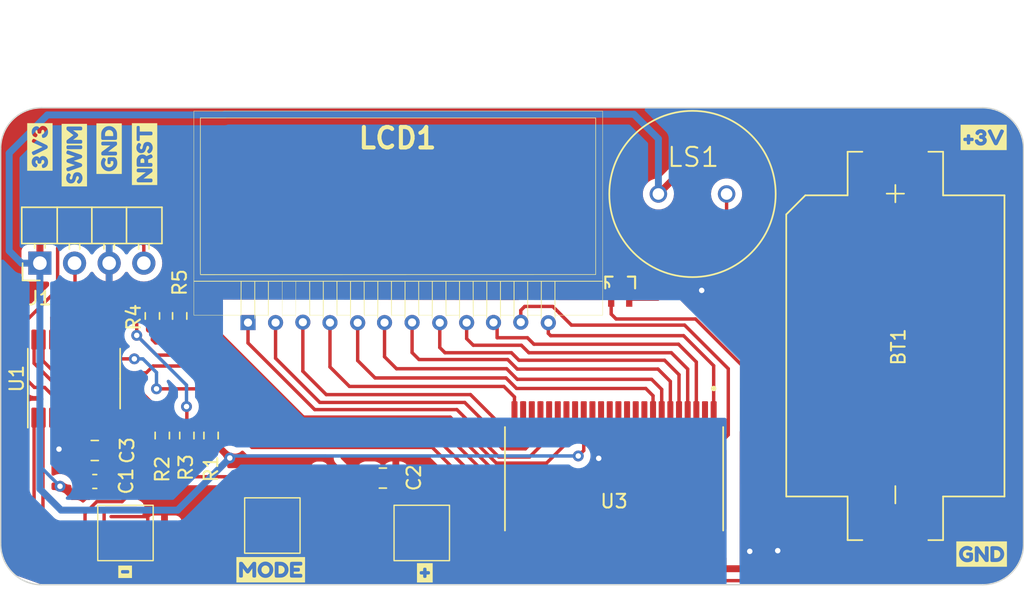
<source format=kicad_pcb>
(kicad_pcb (version 20221018) (generator pcbnew)
  (layers (0 "F.Cu" signal) (31 "B.Cu" signal) (34 "B.Paste" user) (35 "F.Paste" user) (36 "B.SilkS" user "B.Silkscreen") (37 "F.SilkS" user "F.Silkscreen") (38 "B.Mask" user) (39 "F.Mask" user) (44 "Edge.Cuts" user))
  (net 0 "")
  (net 36 "SWIM")
  (net 37 "SW3")
  (net 38 "SW2")
  (net 39 "SW1")
  (net 40 "Net-(U3-~{IRQ})")
  (net 41 "Net-(U3-SEG7)")
  (net 42 "Net-(U3-SEG6)")
  (net 43 "Net-(U3-SEG5)")
  (net 44 "Net-(U3-SEG4)")
  (net 45 "Net-(U3-SEG3)")
  (net 46 "Net-(U3-SEG2)")
  (net 47 "Net-(U3-SEG1)")
  (net 48 "Net-(U3-SEG0)")
  (net 49 "Net-(U2-C)")
  (net 50 "Net-(U1-VCAP)")
  (net 51 "NRST")
  (net 52 "LCD_RW")
  (net 53 "LCD_RD")
  (net 54 "LCD_DATA")
  (net 55 "LCD_CS")
  (net 56 "GND")
  (net 57 "COM3")
  (net 58 "COM2")
  (net 59 "COM0")
  (net 60 "C0M1")
  (net 61 "BUZZER")
  (net 62 "+3V0")
  (footprint "C-Footprint:SO65P210X100-3N" (layer "F.Cu") (at 217.05 76.125 90)
    (fp_text reference "U2" hide)
    (fp_text value "BC847BW_115")
  )
  (footprint "C-Footprint:Butn" (layer "F.Cu") (at 180.775 94.25)
    (fp_text reference "SW2" hide)
    (fp_text value "SW_Push" hide)
  )
  (footprint "kibuzzard-669CD0EA" (layer "F.Cu") (at 182.175 66.45 90)
    (fp_text reference "kibuzzard-669CD0EA" hide)
    (fp_text value "G***" hide)
  )
  (footprint "C-Footprint:BAT_CR2032-BS-6-1" (layer "F.Cu") (at 237.225 80.525 -90)
    (fp_text reference "BT1")
    (fp_text value "CR2032-BS-6-1")
  )
  (footprint "C-Footprint:Butn" (layer "F.Cu") (at 191.545 93.705)
    (fp_text reference "SW3" hide)
    (fp_text value "SW_Push" hide)
  )
  (footprint "Resistor_SMD:R_0603_1608Metric" (layer "F.Cu") (at 184.75 78.325 -90)
    (fp_text reference "R5")
    (fp_text value "4k7")
  )
  (footprint "Resistor_SMD:R_0603_1608Metric" (layer "F.Cu") (at 187.05 87.1 -90)
    (fp_text reference "R1")
    (fp_text value "4K7")
  )
  (footprint "kibuzzard-669CD0BB" (layer "F.Cu") (at 177.025 66.525 90)
    (fp_text reference "kibuzzard-669CD0BB" hide)
    (fp_text value "G***" hide)
  )
  (footprint "Resistor_SMD:R_0603_1608Metric" (layer "F.Cu") (at 183.475 87.1 -90)
    (fp_text reference "R2")
    (fp_text value "4k7")
  )
  (footprint "Capacitor_SMD:C_0805_2012Metric" (layer "F.Cu") (at 199.65 90.225)
    (fp_text reference "C2")
    (fp_text value "1uF")
  )
  (footprint "C-Footprint:HT1621B_SOP63P1035X279-48N" (layer "F.Cu") (at 216.6 90.275 -90)
    (fp_text reference "U3")
    (fp_text value "HT1621B")
  )
  (footprint "kibuzzard-669E5857" (layer "F.Cu") (at 243.7 65.225)
    (fp_text reference "kibuzzard-669E5857" hide)
    (fp_text value "G***" hide)
  )
  (footprint "Resistor_SMD:R_0603_1608Metric" (layer "F.Cu") (at 185.275 87.1 -90)
    (fp_text reference "R3")
    (fp_text value "4k7")
  )
  (footprint "Connector_PinHeader_2.54mm:PinHeader_1x04_P2.54mm_Horizontal" (layer "F.Cu") (at 174.5 74.45 90)
    (fp_text reference "J1")
    (fp_text value "Conn_01x04")
  )
  (footprint "Resistor_SMD:R_0603_1608Metric" (layer "F.Cu") (at 182.75 78.325 90)
    (fp_text reference "R4")
    (fp_text value "4k7")
  )
  (footprint "kibuzzard-669D561E" (layer "F.Cu") (at 180.75 97.1)
    (fp_text reference "kibuzzard-669D561E" hide)
    (fp_text value "G***" hide)
  )
  (footprint "Capacitor_SMD:C_0603_1608Metric" (layer "F.Cu") (at 178.525 90.475 180)
    (fp_text reference "C1")
    (fp_text value "470nF")
  )
  (footprint "kibuzzard-669D55EF" (layer "F.Cu") (at 191.425 96.95)
    (fp_text reference "kibuzzard-669D55EF" hide)
    (fp_text value "G***" hide)
  )
  (footprint "C-Footprint:Butn" (layer "F.Cu") (at 202.5 94.25)
    (fp_text reference "SW1" hide)
    (fp_text value "SW_Push" hide)
  )
  (footprint "kibuzzard-669D5618" (layer "F.Cu") (at 202.725 97.175)
    (fp_text reference "kibuzzard-669D5618" hide)
    (fp_text value "G***" hide)
  )
  (footprint "kibuzzard-669CD0D2" (layer "F.Cu") (at 179.575 66.05 90)
    (fp_text reference "kibuzzard-669CD0D2" hide)
    (fp_text value "G***" hide)
  )
  (footprint "kibuzzard-669CD0A9" (layer "F.Cu") (at 174.5 65.925 90)
    (fp_text reference "kibuzzard-669CD0A9" hide)
    (fp_text value "G***" hide)
  )
  (footprint "kibuzzard-669E5870" (layer "F.Cu") (at 243.55 95.8)
    (fp_text reference "kibuzzard-669E5870" hide)
    (fp_text value "G***" hide)
  )
  (footprint "Capacitor_SMD:C_0805_2012Metric" (layer "F.Cu") (at 178.525 88.2 180)
    (fp_text reference "C3")
    (fp_text value "1uF")
  )
  (footprint "Package_SO:TSSOP-20_4.4x6.5mm_P0.65mm" (layer "F.Cu") (at 177 82.925 90)
    (fp_text reference "U1")
    (fp_text value "STM8S003F3P")
  )
  (footprint "C-Footprint:LCD_Aliexpress" (layer "F.Cu") (at 200.790137 70.872404)
    (fp_text reference "LCD1")
    (fp_text value "LOGO" hide)
  )
  (footprint "C-Footprint:Buzzer_PS1240P02BT" (layer "F.Cu") (at 222.35 69.375)
    (fp_text reference "LS1")
    (fp_text value "PS1240P02BT")
  )
  (gr_line (start 174.625 98.05) (end 243.625 98.05) (stroke (width 0.1)) (layer "Edge.Cuts"))
  (gr_line (start 243.625 63.05) (end 174.625 63.05) (stroke (width 0.1)) (layer "Edge.Cuts"))
  (gr_line (start 171.625 66.05) (end 171.625 95.05) (stroke (width 0.1)) (layer "Edge.Cuts"))
  (gr_line (start 246.625 95.05) (end 246.625 66.05) (stroke (width 0.1)) (layer "Edge.Cuts"))
  (gr_arc (start 246.625 95.05) (mid 245.74632 97.17132) (end 243.625 98.05) (stroke (width 0.1)) (layer "Edge.Cuts"))
  (gr_arc (start 171.625 66.05) (mid 172.50368 63.92868) (end 174.625 63.05) (stroke (width 0.1)) (layer "Edge.Cuts"))
  (gr_arc (start 243.625 63.05) (mid 245.74632 63.92868) (end 246.625 66.05) (stroke (width 0.1)) (layer "Edge.Cuts"))
  (gr_arc (start 174.625 98.05) (mid 172.50368 97.17132) (end 171.625 95.05) (stroke (width 0.1)) (layer "Edge.Cuts"))
  (segment (start 177.075 76.75) (end 177.075 74.81) (width 0.25) (layer "F.Cu") (net 36))
  (segment (start 175.375 80.0625) (end 175.375 78.45) (width 0.25) (layer "F.Cu") (net 36))
  (segment (start 175.375 78.45) (end 177.075 76.75) (width 0.25) (layer "F.Cu") (net 36))
  (segment (start 190.02 91.935) (end 192.32 91.935) (width 0.25) (layer "F.Cu") (net 37))
  (segment (start 190.31 95.485) (end 192.63 95.485) (width 0.25) (layer "F.Cu") (net 37))
  (segment (start 186.11 96.6) (end 188.46 94.25) (width 0.25) (layer "F.Cu") (net 37))
  (segment (start 177.65 96.6) (end 186.11 96.6) (width 0.25) (layer "F.Cu") (net 37))
  (segment (start 190.02 93.065) (end 190.02 91.935) (width 0.25) (layer "F.Cu") (net 37))
  (segment (start 190.02 93.685) (end 190.02 94.275) (width 0.25) (layer "F.Cu") (net 37))
  (segment (start 188.685 93.685) (end 190.02 93.685) (width 0.25) (layer "F.Cu") (net 37))
  (segment (start 190.02 94.275) (end 190.02 95.195) (width 0.25) (layer "F.Cu") (net 37))
  (segment (start 190.02 95.195) (end 190.31 95.485) (width 0.25) (layer "F.Cu") (net 37))
  (segment (start 190.02 93.685) (end 190.02 93.065) (width 0.25) (layer "F.Cu") (net 37))
  (segment (start 174.725 93.675) (end 177.65 96.6) (width 0.25) (layer "F.Cu") (net 37))
  (segment (start 190.02 94.275) (end 192.68 94.275) (width 0.25) (layer "F.Cu") (net 37))
  (segment (start 190.02 93.065) (end 192.65 93.065) (width 0.25) (layer "F.Cu") (net 37))
  (segment (start 174.725 85.7875) (end 174.725 93.675) (width 0.25) (layer "F.Cu") (net 37))
  (segment (start 180.95 87.5) (end 181.4 87.95) (width 0.25) (layer "F.Cu") (net 38))
  (segment (start 179.245 94.825) (end 181.875 94.825) (width 0.25) (layer "F.Cu") (net 38))
  (segment (start 180.525 91.95) (end 178.675 91.95) (width 0.25) (layer "F.Cu") (net 38))
  (segment (start 179.22 93.655) (end 179.25 93.625) (width 0.25) (layer "F.Cu") (net 38))
  (segment (start 179.22 94.205) (end 179.22 93.655) (width 0.25) (layer "F.Cu") (net 38))
  (segment (start 180.95 84.425) (end 180.95 87.5) (width 0.25) (layer "F.Cu") (net 38))
  (segment (start 179.245 94.825) (end 179.245 95.735) (width 0.25) (layer "F.Cu") (net 38))
  (segment (start 179.245 94.23) (end 179.23 94.245) (width 0.25) (layer "F.Cu") (net 38))
  (segment (start 180.525 84) (end 180.95 84.425) (width 0.25) (layer "F.Cu") (net 38))
  (segment (start 179.25 93.625) (end 181.875 93.625) (width 0.25) (layer "F.Cu") (net 38))
  (segment (start 179.245 94.23) (end 179.22 94.205) (width 0.25) (layer "F.Cu") (net 38))
  (segment (start 177.915 94.23) (end 179.245 94.23) (width 0.25) (layer "F.Cu") (net 38))
  (segment (start 181.4 87.95) (end 181.4 91.075) (width 0.25) (layer "F.Cu") (net 38))
  (segment (start 181.82 96.03) (end 181.85 96) (width 0.25) (layer "F.Cu") (net 38))
  (segment (start 179.35 92.45) (end 181.55 92.45) (width 0.25) (layer "F.Cu") (net 38))
  (segment (start 179.21 92.59) (end 179.35 92.45) (width 0.25) (layer "F.Cu") (net 38))
  (segment (start 179.245 95.735) (end 179.54 96.03) (width 0.25) (layer "F.Cu") (net 38))
  (segment (start 178.675 91.95) (end 177.81 92.815) (width 0.25) (layer "F.Cu") (net 38))
  (segment (start 174.075 80.0625) (end 174.075 81.8) (width 0.25) (layer "F.Cu") (net 38))
  (segment (start 181.4 91.075) (end 180.525 91.95) (width 0.25) (layer "F.Cu") (net 38))
  (segment (start 179.25 93.625) (end 179.21 93.585) (width 0.25) (layer "F.Cu") (net 38))
  (segment (start 177.81 92.815) (end 177.81 94.073959) (width 0.25) (layer "F.Cu") (net 38))
  (segment (start 179.23 94.245) (end 179.23 94.81) (width 0.25) (layer "F.Cu") (net 38))
  (segment (start 176.275 84) (end 180.525 84) (width 0.25) (layer "F.Cu") (net 38))
  (segment (start 179.21 93.585) (end 179.21 92.59) (width 0.25) (layer "F.Cu") (net 38))
  (segment (start 174.075 81.8) (end 176.275 84) (width 0.25) (layer "F.Cu") (net 38))
  (segment (start 179.23 94.81) (end 179.245 94.825) (width 0.25) (layer "F.Cu") (net 38))
  (segment (start 179.54 96.03) (end 181.82 96.03) (width 0.25) (layer "F.Cu") (net 38))
  (segment (start 180.9 83.525) (end 181.625 84.25) (width 0.25) (layer "F.Cu") (net 39))
  (segment (start 201.21 96.01) (end 203.58 96.01) (width 0.25) (layer "F.Cu") (net 39))
  (segment (start 174.725 81.625) (end 176.625 83.525) (width 0.25) (layer "F.Cu") (net 39))
  (segment (start 200.98 95.78) (end 201.21 96.01) (width 0.25) (layer "F.Cu") (net 39))
  (segment (start 174.725 80.0625) (end 174.725 81.625) (width 0.25) (layer "F.Cu") (net 39))
  (segment (start 200.98 93.63) (end 203.59 93.63) (width 0.25) (layer "F.Cu") (net 39))
  (segment (start 200.98 94.82) (end 203.61 94.82) (width 0.25) (layer "F.Cu") (net 39))
  (segment (start 182.275 89.175) (end 183.225 90.125) (width 0.25) (layer "F.Cu") (net 39))
  (segment (start 200.98 94.23) (end 200.98 94.82) (width 0.25) (layer "F.Cu") (net 39))
  (segment (start 200.98 92.44) (end 203.27 92.44) (width 0.25) (layer "F.Cu") (net 39))
  (segment (start 198.475 94.25) (end 199.535 94.25) (width 0.25) (layer "F.Cu") (net 39))
  (segment (start 181.625 87.4) (end 182.275 88.05) (width 0.25) (layer "F.Cu") (net 39))
  (segment (start 200.98 93.63) (end 200.98 92.44) (width 0.25) (layer "F.Cu") (net 39))
  (segment (start 176.625 83.525) (end 180.9 83.525) (width 0.25) (layer "F.Cu") (net 39))
  (segment (start 182.275 88.05) (end 182.275 89.175) (width 0.25) (layer "F.Cu") (net 39))
  (segment (start 199.64 94.23) (end 200.98 94.23) (width 0.25) (layer "F.Cu") (net 39))
  (segment (start 200.98 94.82) (end 200.98 95.78) (width 0.25) (layer "F.Cu") (net 39))
  (segment (start 183.225 90.125) (end 194.35 90.125) (width 0.25) (layer "F.Cu") (net 39))
  (segment (start 200.98 94.23) (end 200.98 93.63) (width 0.25) (layer "F.Cu") (net 39))
  (segment (start 194.35 90.125) (end 198.475 94.25) (width 0.25) (layer "F.Cu") (net 39))
  (segment (start 181.625 84.25) (end 181.625 87.4) (width 0.25) (layer "F.Cu") (net 39))
  (segment (start 211.65 89.125) (end 207.963604 89.125) (width 0.25) (layer "F.Cu") (net 40))
  (segment (start 187.225 79.15) (end 184.75 79.15) (width 0.25) (layer "F.Cu") (net 40))
  (segment (start 213.1075 87.6675) (end 211.65 89.125) (width 0.25) (layer "F.Cu") (net 40))
  (segment (start 193.825 85.75) (end 187.225 79.15) (width 0.25) (layer "F.Cu") (net 40))
  (segment (start 204.588604 85.75) (end 193.825 85.75) (width 0.25) (layer "F.Cu") (net 40))
  (segment (start 207.963604 89.125) (end 204.588604 85.75) (width 0.25) (layer "F.Cu") (net 40))
  (segment (start 213.1075 85.52) (end 213.1075 87.6675) (width 0.25) (layer "F.Cu") (net 40))
  (segment (start 223.9025 85.52) (end 223.9025 81.9775) (width 0.25) (layer "F.Cu") (net 41))
  (segment (start 223.9025 81.9775) (end 221.7 79.775) (width 0.25) (layer "F.Cu") (net 41))
  (segment (start 221.7 79.775) (end 211.95 79.775) (width 0.25) (layer "F.Cu") (net 41))
  (segment (start 211.95 79.775) (end 211.780137 79.605137) (width 0.25) (layer "F.Cu") (net 41))
  (segment (start 211.780137 79.605137) (end 211.780137 78.822404) (width 0.25) (layer "F.Cu") (net 41))
  (segment (start 224.575 87.45) (end 224.975 87.05) (width 0.25) (layer "F.Cu") (net 42))
  (segment (start 223.625 87.45) (end 224.575 87.45) (width 0.25) (layer "F.Cu") (net 42))
  (segment (start 221.775 79) (end 213.475 79) (width 0.25) (layer "F.Cu") (net 42))
  (segment (start 224.975 87.05) (end 224.975 82.2) (width 0.25) (layer "F.Cu") (net 42))
  (segment (start 224.975 82.2) (end 221.775 79) (width 0.25) (layer "F.Cu") (net 42))
  (segment (start 223.2675 85.52) (end 223.2675 87.0925) (width 0.25) (layer "F.Cu") (net 42))
  (segment (start 213.475 79) (end 212.1 77.625) (width 0.25) (layer "F.Cu") (net 42))
  (segment (start 212.1 77.625) (end 210.05 77.625) (width 0.25) (layer "F.Cu") (net 42))
  (segment (start 210.05 77.625) (end 209.760137 77.914863) (width 0.25) (layer "F.Cu") (net 42))
  (segment (start 209.760137 77.914863) (end 209.760137 78.782404) (width 0.25) (layer "F.Cu") (net 42))
  (segment (start 223.2675 87.0925) (end 223.625 87.45) (width 0.25) (layer "F.Cu") (net 42))
  (segment (start 208.025 79.925) (end 208.025 79.067267) (width 0.25) (layer "F.Cu") (net 43))
  (segment (start 210.725 80.4) (end 210.25 79.925) (width 0.25) (layer "F.Cu") (net 43))
  (segment (start 222.6325 81.7075) (end 221.325 80.4) (width 0.25) (layer "F.Cu") (net 43))
  (segment (start 208.025 79.067267) (end 207.760137 78.802404) (width 0.25) (layer "F.Cu") (net 43))
  (segment (start 222.6325 85.52) (end 222.6325 81.7075) (width 0.25) (layer "F.Cu") (net 43))
  (segment (start 221.325 80.4) (end 210.725 80.4) (width 0.25) (layer "F.Cu") (net 43))
  (segment (start 210.25 79.925) (end 208.025 79.925) (width 0.25) (layer "F.Cu") (net 43))
  (segment (start 205.790137 79.990137) (end 205.790137 78.812404) (width 0.25) (layer "F.Cu") (net 44))
  (segment (start 221.9975 82.2225) (end 220.8 81.025) (width 0.25) (layer "F.Cu") (net 44))
  (segment (start 210.35 81.025) (end 209.8 80.475) (width 0.25) (layer "F.Cu") (net 44))
  (segment (start 209.8 80.475) (end 206.275 80.475) (width 0.25) (layer "F.Cu") (net 44))
  (segment (start 220.8 81.025) (end 210.35 81.025) (width 0.25) (layer "F.Cu") (net 44))
  (segment (start 221.9975 84.695) (end 221.9975 82.2225) (width 0.25) (layer "F.Cu") (net 44))
  (segment (start 206.275 80.475) (end 205.790137 79.990137) (width 0.25) (layer "F.Cu") (net 44))
  (segment (start 220.3 81.575) (end 209.625 81.575) (width 0.25) (layer "F.Cu") (net 45))
  (segment (start 209.625 81.575) (end 209.075 81.025) (width 0.25) (layer "F.Cu") (net 45))
  (segment (start 203.820137 80.645137) (end 203.820137 78.822404) (width 0.25) (layer "F.Cu") (net 45))
  (segment (start 221.3625 82.6375) (end 220.3 81.575) (width 0.25) (layer "F.Cu") (net 45))
  (segment (start 204.2 81.025) (end 203.820137 80.645137) (width 0.25) (layer "F.Cu") (net 45))
  (segment (start 221.3625 84.695) (end 221.3625 82.6375) (width 0.25) (layer "F.Cu") (net 45))
  (segment (start 209.075 81.025) (end 204.2 81.025) (width 0.25) (layer "F.Cu") (net 45))
  (segment (start 220.7275 83.129708) (end 219.822792 82.225) (width 0.25) (layer "F.Cu") (net 46))
  (segment (start 208.8 81.525) (end 202.3 81.525) (width 0.25) (layer "F.Cu") (net 46))
  (segment (start 220.7275 84.695) (end 220.7275 83.129708) (width 0.25) (layer "F.Cu") (net 46))
  (segment (start 209.5 82.225) (end 208.8 81.525) (width 0.25) (layer "F.Cu") (net 46))
  (segment (start 202.3 81.525) (end 201.790137 81.015137) (width 0.25) (layer "F.Cu") (net 46))
  (segment (start 201.790137 81.015137) (end 201.790137 78.802404) (width 0.25) (layer "F.Cu") (net 46))
  (segment (start 219.822792 82.225) (end 209.5 82.225) (width 0.25) (layer "F.Cu") (net 46))
  (segment (start 208.725 82.2) (end 200.65 82.2) (width 0.25) (layer "F.Cu") (net 47))
  (segment (start 220.0925 84.695) (end 220.0925 83.7175) (width 0.25) (layer "F.Cu") (net 47))
  (segment (start 219.35 82.975) (end 209.5 82.975) (width 0.25) (layer "F.Cu") (net 47))
  (segment (start 209.5 82.975) (end 208.725 82.2) (width 0.25) (layer "F.Cu") (net 47))
  (segment (start 200.65 82.2) (end 199.770137 81.320137) (width 0.25) (layer "F.Cu") (net 47))
  (segment (start 220.0925 83.7175) (end 219.35 82.975) (width 0.25) (layer "F.Cu") (net 47))
  (segment (start 199.770137 81.320137) (end 199.770137 78.812404) (width 0.25) (layer "F.Cu") (net 47))
  (segment (start 219.4575 84.1825) (end 218.925 83.65) (width 0.25) (layer "F.Cu") (net 48))
  (segment (start 209.45 83.65) (end 208.675 82.875) (width 0.25) (layer "F.Cu") (net 48))
  (segment (start 218.925 83.65) (end 209.45 83.65) (width 0.25) (layer "F.Cu") (net 48))
  (segment (start 208.675 82.875) (end 199.075 82.875) (width 0.25) (layer "F.Cu") (net 48))
  (segment (start 199.075 82.875) (end 197.800137 81.600137) (width 0.25) (layer "F.Cu") (net 48))
  (segment (start 219.4575 84.695) (end 219.4575 84.1825) (width 0.25) (layer "F.Cu") (net 48))
  (segment (start 197.800137 81.600137) (end 197.800137 78.822404) (width 0.25) (layer "F.Cu") (net 48))
  (segment (start 217.075 74.125) (end 218.075 73.125) (width 0.25) (layer "F.Cu") (net 49))
  (segment (start 224.85 71.45) (end 224.85 69.375) (width 0.25) (layer "F.Cu") (net 49))
  (segment (start 223.175 73.125) (end 224.85 71.45) (width 0.25) (layer "F.Cu") (net 49))
  (segment (start 218.075 73.125) (end 223.175 73.125) (width 0.25) (layer "F.Cu") (net 49))
  (segment (start 217.075 75.4348) (end 217.075 74.125) (width 0.25) (layer "F.Cu") (net 49))
  (segment (start 179.3 90.475) (end 179.3 89.7) (width 0.25) (layer "F.Cu") (net 50))
  (segment (start 178.625 86.975) (end 178.625 85.7875) (width 0.25) (layer "F.Cu") (net 50))
  (segment (start 178.525 88.925) (end 178.525 87.075) (width 0.25) (layer "F.Cu") (net 50))
  (segment (start 179.3 89.7) (end 178.525 88.925) (width 0.25) (layer "F.Cu") (net 50))
  (segment (start 178.525 87.075) (end 178.625 86.975) (width 0.25) (layer "F.Cu") (net 50))
  (segment (start 173.3 78.875) (end 175.8 76.375) (width 0.25) (layer "F.Cu") (net 51))
  (segment (start 174.1 83.575) (end 173.3 82.775) (width 0.25) (layer "F.Cu") (net 51))
  (segment (start 175.8 76.375) (end 175.8 73.35) (width 0.25) (layer "F.Cu") (net 51))
  (segment (start 174.85 83.575) (end 174.1 83.575) (width 0.25) (layer "F.Cu") (net 51))
  (segment (start 173.3 82.775) (end 173.3 78.875) (width 0.25) (layer "F.Cu") (net 51))
  (segment (start 182.12 73.12) (end 182.12 74.45) (width 0.25) (layer "F.Cu") (net 51))
  (segment (start 176.625 72.525) (end 181.525 72.525) (width 0.25) (layer "F.Cu") (net 51))
  (segment (start 176.025 84.75) (end 174.85 83.575) (width 0.25) (layer "F.Cu") (net 51))
  (segment (start 175.8 73.35) (end 176.625 72.525) (width 0.25) (layer "F.Cu") (net 51))
  (segment (start 181.525 72.525) (end 182.12 73.12) (width 0.25) (layer "F.Cu") (net 51))
  (segment (start 176.025 85.7875) (end 176.025 84.75) (width 0.25) (layer "F.Cu") (net 51))
  (segment (start 183.05 81.2) (end 181.6 79.75) (width 0.25) (layer "F.Cu") (net 52))
  (segment (start 207.425 90.15) (end 204.05 86.775) (width 0.25) (layer "F.Cu") (net 52))
  (segment (start 185.275 86.275) (end 185.275 85) (width 0.25) (layer "F.Cu") (net 52))
  (segment (start 181.6 79.75) (end 181.6 78.636396) (width 0.25) (layer "F.Cu") (net 52))
  (segment (start 177.975 78.75) (end 177.975 80.0625) (width 0.25) (layer "F.Cu") (net 52))
  (segment (start 192.575 86.775) (end 187 81.2) (width 0.25) (layer "F.Cu") (net 52))
  (segment (start 217.5525 89.4475) (end 216.85 90.15) (width 0.25) (layer "F.Cu") (net 52))
  (segment (start 217.5525 85.52) (end 217.5525 89.4475) (width 0.25) (layer "F.Cu") (net 52))
  (segment (start 204.05 86.775) (end 192.575 86.775) (width 0.25) (layer "F.Cu") (net 52))
  (segment (start 187 81.2) (end 183.05 81.2) (width 0.25) (layer "F.Cu") (net 52))
  (segment (start 216.85 90.15) (end 207.425 90.15) (width 0.25) (layer "F.Cu") (net 52))
  (segment (start 185.275 85) (end 185.25 84.975) (width 0.25) (layer "F.Cu") (net 52))
  (segment (start 181.6 78.636396) (end 181.138604 78.175) (width 0.25) (layer "F.Cu") (net 52))
  (segment (start 178.55 78.175) (end 177.975 78.75) (width 0.25) (layer "F.Cu") (net 52))
  (segment (start 181.138604 78.175) (end 178.55 78.175) (width 0.25) (layer "F.Cu") (net 52))
  (via (at 185.25 84.975) (size 0.8) (drill 0.4) (layers "F.Cu" "B.Cu") (net 52))
  (via (at 181.6 79.75) (size 0.8) (drill 0.4) (layers "F.Cu" "B.Cu") (net 52))
  (segment (start 185.25 84.975) (end 185.25 83.4) (width 0.25) (layer "B.Cu") (net 52))
  (segment (start 185.25 83.4) (end 181.6 79.75) (width 0.25) (layer "B.Cu") (net 52))
  (segment (start 218.1875 85.52) (end 218.1875 89.8375) (width 0.25) (layer "F.Cu") (net 53))
  (segment (start 182.8 82) (end 182.3 82.5) (width 0.25) (layer "F.Cu") (net 53))
  (segment (start 183.475 85.463604) (end 180.511396 82.5) (width 0.25) (layer "F.Cu") (net 53))
  (segment (start 218.1875 89.8375) (end 217.425 90.6) (width 0.25) (layer "F.Cu") (net 53))
  (segment (start 177.325 81.975) (end 177.325 80.0625) (width 0.25) (layer "F.Cu") (net 53))
  (segment (start 217.425 90.6) (end 206.875 90.6) (width 0.25) (layer "F.Cu") (net 53))
  (segment (start 180.511396 82.5) (end 177.85 82.5) (width 0.25) (layer "F.Cu") (net 53))
  (segment (start 183.475 86.275) (end 183.475 85.463604) (width 0.25) (layer "F.Cu") (net 53))
  (segment (start 203.525 87.25) (end 192 87.25) (width 0.25) (layer "F.Cu") (net 53))
  (segment (start 192 87.25) (end 186.75 82) (width 0.25) (layer "F.Cu") (net 53))
  (segment (start 206.875 90.6) (end 203.525 87.25) (width 0.25) (layer "F.Cu") (net 53))
  (segment (start 182.3 82.5) (end 177.85 82.5) (width 0.25) (layer "F.Cu") (net 53))
  (segment (start 186.75 82) (end 182.8 82) (width 0.25) (layer "F.Cu") (net 53))
  (segment (start 177.85 82.5) (end 177.325 81.975) (width 0.25) (layer "F.Cu") (net 53))
  (segment (start 216.125 89.7) (end 207.8 89.7) (width 0.25) (layer "F.Cu") (net 54))
  (segment (start 207.8 89.7) (end 204.3 86.2) (width 0.25) (layer "F.Cu") (net 54))
  (segment (start 177.6 77.6) (end 176.675 78.525) (width 0.25) (layer "F.Cu") (net 54))
  (segment (start 193.15 86.2) (end 187.25 80.3) (width 0.25) (layer "F.Cu") (net 54))
  (segment (start 182.75 79.15) (end 182.75 78.975) (width 0.25) (layer "F.Cu") (net 54))
  (segment (start 187.25 80.3) (end 182.975 80.3) (width 0.25) (layer "F.Cu") (net 54))
  (segment (start 182.75 78.975) (end 181.375 77.6) (width 0.25) (layer "F.Cu") (net 54))
  (segment (start 216.9175 85.52) (end 216.9175 88.9075) (width 0.25) (layer "F.Cu") (net 54))
  (segment (start 176.675 78.525) (end 176.675 80.0625) (width 0.25) (layer "F.Cu") (net 54))
  (segment (start 182.975 80.3) (end 182.75 80.075) (width 0.25) (layer "F.Cu") (net 54))
  (segment (start 204.3 86.2) (end 193.15 86.2) (width 0.25) (layer "F.Cu") (net 54))
  (segment (start 182.75 80.075) (end 182.75 79.15) (width 0.25) (layer "F.Cu") (net 54))
  (segment (start 181.375 77.6) (end 177.6 77.6) (width 0.25) (layer "F.Cu") (net 54))
  (segment (start 216.9175 88.9075) (end 216.125 89.7) (width 0.25) (layer "F.Cu") (net 54))
  (segment (start 191.6 87.975) (end 190.7 87.075) (width 0.25) (layer "F.Cu") (net 55))
  (segment (start 218.15 91.05) (end 206.35 91.05) (width 0.25) (layer "F.Cu") (net 55))
  (segment (start 190.05 87.975) (end 191.6 87.975) (width 0.25) (layer "F.Cu") (net 55))
  (segment (start 189.975 86.35) (end 190.7 87.075) (width 0.25) (layer "F.Cu") (net 55))
  (segment (start 190.7 87.075) (end 187.775 84.15) (width 0.25) (layer "F.Cu") (net 55))
  (segment (start 206.35 91.05) (end 203.275 87.975) (width 0.25) (layer "F.Cu") (net 55))
  (segment (start 181.425 81.475) (end 178.85 81.475) (width 0.25) (layer "F.Cu") (net 55))
  (segment (start 218.8225 85.52) (end 218.8225 90.3775) (width 0.25) (layer "F.Cu") (net 55))
  (segment (start 218.8225 90.3775) (end 218.15 91.05) (width 0.25) (layer "F.Cu") (net 55))
  (segment (start 188.35 86.275) (end 190.05 87.975) (width 0.25) (layer "F.Cu") (net 55))
  (segment (start 187.775 84.15) (end 187.3 83.675) (width 0.25) (layer "F.Cu") (net 55))
  (segment (start 178.85 81.475) (end 178.625 81.25) (width 0.25) (layer "F.Cu") (net 55))
  (segment (start 187.3 83.675) (end 183.05 83.675) (width 0.25) (layer "F.Cu") (net 55))
  (segment (start 178.625 81.25) (end 178.625 80.0625) (width 0.25) (layer "F.Cu") (net 55))
  (segment (start 203.275 87.975) (end 191.6 87.975) (width 0.25) (layer "F.Cu") (net 55))
  (segment (start 187.05 86.275) (end 188.35 86.275) (width 0.25) (layer "F.Cu") (net 55))
  (via (at 181.425 81.475) (size 0.8) (drill 0.4) (layers "F.Cu" "B.Cu") (net 55))
  (via (at 183.05 83.675) (size 0.8) (drill 0.4) (layers "F.Cu" "B.Cu") (net 55))
  (segment (start 183.05 82.475) (end 183.05 83.675) (width 0.25) (layer "B.Cu") (net 55))
  (segment (start 181.425 81.475) (end 182.05 81.475) (width 0.25) (layer "B.Cu") (net 55))
  (segment (start 182.05 81.475) (end 183.05 82.475) (width 0.25) (layer "B.Cu") (net 55))
  (segment (start 198 96.875) (end 196.85 95.725) (width 0.508) (layer "F.Cu") (net 56))
  (segment (start 196.85 94.45) (end 196.85 93.575) (width 0.508) (layer "F.Cu") (net 56))
  (segment (start 182.225 95.425) (end 179.7 95.425) (width 0.25) (layer "F.Cu") (net 56))
  (segment (start 182.5 94.23) (end 182.5 95.15) (width 0.25) (layer "F.Cu") (net 56))
  (segment (start 228.625 96.875) (end 226.575 96.875) (width 0.508) (layer "F.Cu") (net 56))
  (segment (start 228.625 95.575) (end 228.625 96.875) (width 0.508) (layer "F.Cu") (net 56))
  (segment (start 193.21 92.505) (end 190.49 92.505) (width 0.25) (layer "F.Cu") (net 56))
  (segment (start 228.6 95.55) (end 228.625 95.575) (width 0.508) (layer "F.Cu") (net 56))
  (segment (start 204.16 94.23) (end 204.16 95.16) (width 0.25) (layer "F.Cu") (net 56))
  (segment (start 216.2825 87.9675) (end 215.475 88.775) (width 0.25) (layer "F.Cu") (net 56))
  (segment (start 206.629474 94.479474) (end 205.34 94.479474) (width 0.508) (layer "F.Cu") (net 56))
  (segment (start 182.5 95.15) (end 182.225 95.425) (width 0.25) (layer "F.Cu") (net 56))
  (segment (start 177.575 88.2) (end 177.575 90.3) (width 0.25) (layer "F.Cu") (net 56))
  (segment (start 194.05 90.775) (end 189.3 90.775) (width 0.508) (layer "F.Cu") (net 56))
  (segment (start 193.21 93.685) (end 193.21 92.505) (width 0.25) (layer "F.Cu") (net 56))
  (segment (start 204.16 94.23) (end 204.16 93.07) (width 0.25) (layer "F.Cu") (net 56))
  (segment (start 219.8098 77.0902) (end 220.45 76.45) (width 0.25) (layer "F.Cu") (net 56))
  (segment (start 193.21 93.685) (end 193.21 94.595) (width 0.25) (layer "F.Cu") (net 56))
  (segment (start 182.41 94.23) (end 182.41 93.14) (width 0.25) (layer "F.Cu") (net 56))
  (segment (start 193.21 93.685) (end 190.48 93.685) (width 0.25) (layer "F.Cu") (net 56))
  (segment (start 196.85 94.45) (end 196.85 93.85) (width 0.508) (layer "F.Cu") (net 56))
  (segment (start 217.7104 77.0902) (end 219.8098 77.0902) (width 0.25) (layer "F.Cu") (net 56))
  (segment (start 182.41 93.14) (end 182.32 93.05) (width 0.25) (layer "F.Cu") (net 56))
  (segment (start 196.85 93.85) (end 196.685 93.685) (width 0.508) (layer "F.Cu") (net 56))
  (segment (start 196.685 93.685) (end 194.405 93.685) (width 0.508) (layer "F.Cu") (net 56))
  (segment (start 177.575 90.3) (end 177.75 90.475) (width 0.25) (layer "F.Cu") (net 56))
  (segment (start 177.575 88.2) (end 176 88.2) (width 0.25) (layer "F.Cu") (net 56))
  (segment (start 226.55 95.6) (end 226.55 96.85) (width 0.508) (layer "F.Cu") (net 56))
  (segment (start 205.36 94.23) (end 204.16 94.23) (width 0.25) (layer "F.Cu") (net 56))
  (segment (start 231.05 96.875) (end 232.9 95.025) (width 0.508) (layer "F.Cu") (net 56))
  (segment (start 177.975 86.8) (end 177.975 85.7875) (width 0.25) (layer "F.Cu") (net 56))
  (segment (start 182.32 93.05) (end 179.72 93.05) (width 0.25) (layer "F.Cu") (net 56))
  (segment (start 207.225 96.875) (end 207.225 95.075) (width 0.508) (layer "F.Cu") (net 56))
  (segment (start 226.55 96.85) (end 226.575 96.875) (width 0.508) (layer "F.Cu") (net 56))
  (segment (start 193.21 94.595) (end 192.92 94.885) (width 0.25) (layer "F.Cu") (net 56))
  (segment (start 183.635 94.23) (end 182.5 94.23) (width 0.25) (layer "F.Cu") (net 56))
  (segment (start 220.45 76.45) (end 223.025 76.45) (width 0.25) (layer "F.Cu") (net 56))
  (segment (start 176 88.2) (end 175.9 88.1) (width 0.25) (layer "F.Cu") (net 56))
  (segment (start 204.16 93.07) (end 201.45 93.07) (width 0.25) (layer "F.Cu") (net 56))
  (segment (start 232.9 95.025) (end 237.225 95.025) (width 0.508) (layer "F.Cu") (net 56))
  (segment (start 207.225 96.875) (end 198 96.875) (width 0.508) (layer "F.Cu") (net 56))
  (segment (start 228.625 96.875) (end 231.05 96.875) (width 0.508) (layer "F.Cu") (net 56))
  (segment (start 204.16 94.23) (end 201.45 94.23) (width 0.25) (layer "F.Cu") (net 56))
  (segment (start 179.725 94.225) (end 179.73 94.23) (width 0.25) (layer "F.Cu") (net 56))
  (segment (start 207.225 95.075) (end 206.629474 94.479474) (width 0.508) (layer "F.Cu") (net 56))
  (segment (start 226.575 96.875) (end 207.225 96.875) (width 0.508) (layer "F.Cu") (net 56))
  (segment (start 177.575 87.2) (end 177.975 86.8) (width 0.25) (layer "F.Cu") (net 56))
  (segment (start 204.16 95.16) (end 203.89 95.43) (width 0.25) (layer "F.Cu") (net 56))
  (segment (start 216.2825 85.52) (end 216.2825 87.9675) (width 0.25) (layer "F.Cu") (net 56))
  (segment (start 182.5 94.23) (end 179.73 94.23) (width 0.25) (layer "F.Cu") (net 56))
  (segment (start 196.85 93.575) (end 194.05 90.775) (width 0.508) (layer "F.Cu") (net 56))
  (segment (start 194.405 93.685) (end 193.21 93.685) (width 0.25) (layer "F.Cu") (net 56))
  (segment (start 189.3 90.775) (end 185.825 94.25) (width 0.508) (layer "F.Cu") (net 56))
  (segment (start 185.825 94.25) (end 184.430118 94.25) (width 0.508) (layer "F.Cu") (net 56))
  (segment (start 196.85 95.725) (end 196.85 94.45) (width 0.508) (layer "F.Cu") (net 56))
  (segment (start 192.92 94.885) (end 190.48 94.885) (width 0.25) (layer "F.Cu") (net 56))
  (segment (start 177.575 88.2) (end 177.575 87.2) (width 0.25) (layer "F.Cu") (net 56))
  (segment (start 203.89 95.43) (end 201.44 95.43) (width 0.25) (layer "F.Cu") (net 56))
  (via (at 215.475 88.775) (size 0.8) (drill 0.4) (layers "F.Cu" "B.Cu") (net 56))
  (via (at 175.9 88.1) (size 0.8) (drill 0.4) (layers "F.Cu" "B.Cu") (net 56))
  (via (at 223.025 76.45) (size 0.8) (drill 0.4) (layers "F.Cu" "B.Cu") (net 56))
  (via (at 228.6 95.55) (size 0.8) (drill 0.4) (layers "F.Cu" "B.Cu") (net 56))
  (via (at 226.55 95.6) (size 0.8) (drill 0.4) (layers "F.Cu" "B.Cu") (net 56))
  (segment (start 209.2975 84.695) (end 209.2975 84.2725) (width 0.25) (layer "F.Cu") (net 57))
  (segment (start 209.2975 84.2725) (end 208.525 83.5) (width 0.25) (layer "F.Cu") (net 57))
  (segment (start 208.525 83.5) (end 197.2 83.5) (width 0.25) (layer "F.Cu") (net 57))
  (segment (start 197.2 83.5) (end 195.770137 82.070137) (width 0.25) (layer "F.Cu") (net 57))
  (segment (start 195.770137 82.070137) (end 195.770137 78.812404) (width 0.25) (layer "F.Cu") (net 57))
  (segment (start 195.5 84.1) (end 206.075 84.1) (width 0.25) (layer "F.Cu") (net 58))
  (segment (start 193.780137 82.380137) (end 195.5 84.1) (width 0.25) (layer "F.Cu") (net 58))
  (segment (start 208.3 86.95) (end 208.85 87.5) (width 0.25) (layer "F.Cu") (net 58))
  (segment (start 208.85 87.5) (end 209.7 87.5) (width 0.25) (layer "F.Cu") (net 58))
  (segment (start 206.075 84.1) (end 208.3 86.325) (width 0.25) (layer "F.Cu") (net 58))
  (segment (start 209.9325 84.695) (end 209.9325 85.642402) (width 0.25) (layer "F.Cu") (net 58))
  (segment (start 193.780137 78.782404) (end 193.780137 82.380137) (width 0.25) (layer "F.Cu") (net 58))
  (segment (start 209.9325 87.2675) (end 209.9325 85.52) (width 0.25) (layer "F.Cu") (net 58))
  (segment (start 209.7 87.5) (end 209.9325 87.2675) (width 0.25) (layer "F.Cu") (net 58))
  (segment (start 208.3 86.325) (end 208.3 86.95) (width 0.25) (layer "F.Cu") (net 58))
  (segment (start 209.9325 85.642402) (end 209.95 85.659902) (width 0.25) (layer "F.Cu") (net 58))
  (segment (start 211.2025 84.695) (end 211.175 84.7225) (width 0.25) (layer "F.Cu") (net 59))
  (segment (start 211.2025 87.8725) (end 211.2025 85.52) (width 0.25) (layer "F.Cu") (net 59))
  (segment (start 189.760137 78.812404) (end 189.760137 80.310137) (width 0.25) (layer "F.Cu") (net 59))
  (segment (start 189.760137 80.310137) (end 194.65 85.2) (width 0.25) (layer "F.Cu") (net 59))
  (segment (start 207.075 87.6) (end 208.15 88.675) (width 0.25) (layer "F.Cu") (net 59))
  (segment (start 207.075 87.2) (end 207.075 87.6) (width 0.25) (layer "F.Cu") (net 59))
  (segment (start 208.15 88.675) (end 210.4 88.675) (width 0.25) (layer "F.Cu") (net 59))
  (segment (start 210.4 88.675) (end 211.2025 87.8725) (width 0.25) (layer "F.Cu") (net 59))
  (segment (start 194.65 85.2) (end 205.075 85.2) (width 0.25) (layer "F.Cu") (net 59))
  (segment (start 205.075 85.2) (end 207.075 87.2) (width 0.25) (layer "F.Cu") (net 59))
  (segment (start 191.780137 81.430137) (end 191.780137 78.812404) (width 0.25) (layer "F.Cu") (net 60))
  (segment (start 210.1 88.075) (end 208.425 88.075) (width 0.25) (layer "F.Cu") (net 60))
  (segment (start 207.625 87.275) (end 207.625 86.65) (width 0.25) (layer "F.Cu") (net 60))
  (segment (start 208.425 88.075) (end 207.625 87.275) (width 0.25) (layer "F.Cu") (net 60))
  (segment (start 207.625 86.65) (end 205.65 84.675) (width 0.25) (layer "F.Cu") (net 60))
  (segment (start 210.5675 87.6075) (end 210.1 88.075) (width 0.25) (layer "F.Cu") (net 60))
  (segment (start 205.65 84.675) (end 195.025 84.675) (width 0.25) (layer "F.Cu") (net 60))
  (segment (start 195.025 84.675) (end 191.780137 81.430137) (width 0.25) (layer "F.Cu") (net 60))
  (segment (start 210.5675 85.52) (end 210.5675 87.6075) (width 0.25) (layer "F.Cu") (net 60))
  (segment (start 226.225 86.05) (end 226.225 82.2) (width 0.25) (layer "F.Cu") (net 61))
  (segment (start 216.75 78.55) (end 216.3896 78.1896) (width 0.25) (layer "F.Cu") (net 61))
  (segment (start 226.225 82.2) (end 222.575 78.55) (width 0.25) (layer "F.Cu") (net 61))
  (segment (start 239.05 91.5) (end 231.675 91.5) (width 0.25) (layer "F.Cu") (net 61))
  (segment (start 241 96.5) (end 241 93.45) (width 0.25) (layer "F.Cu") (net 61))
  (segment (start 239.75 97.75) (end 241 96.5) (width 0.25) (layer "F.Cu") (net 61))
  (segment (start 231.675 91.5) (end 226.225 86.05) (width 0.25) (layer "F.Cu") (net 61))
  (segment (start 174.075 94.125) (end 177.7 97.75) (width 0.25) (layer "F.Cu") (net 61))
  (segment (start 216.3896 78.1896) (end 216.3896 77.0902) (width 0.25) (layer "F.Cu") (net 61))
  (segment (start 174.075 85.7875) (end 174.075 94.125) (width 0.25) (layer "F.Cu") (net 61))
  (segment (start 241 93.45) (end 239.05 91.5) (width 0.25) (layer "F.Cu") (net 61))
  (segment (start 222.575 78.55) (end 216.75 78.55) (width 0.25) (layer "F.Cu") (net 61))
  (segment (start 177.7 97.75) (end 239.75 97.75) (width 0.25) (layer "F.Cu") (net 61))
  (segment (start 187.6 87.925) (end 188.425 88.75) (width 0.508) (layer "F.Cu") (net 62))
  (segment (start 180.225 88.2) (end 180.8 88.775) (width 0.25) (layer "F.Cu") (net 62))
  (segment (start 174.5 72.025) (end 174.5 74.45) (width 0.508) (layer "F.Cu") (net 62))
  (segment (start 179.475 88.2) (end 179.275 88) (width 0.25) (layer "F.Cu") (net 62))
  (segment (start 176.85 91.7) (end 175.975 90.825) (width 0.25) (layer "F.Cu") (net 62))
  (segment (start 180.8 90.925) (end 180.225 91.5) (width 0.25) (layer "F.Cu") (net 62))
  (segment (start 182.175 70.85) (end 175.675 70.85) (width 0.508) (layer "F.Cu") (net 62))
  (segment (start 185.275 87.925) (end 187.05 87.925) (width 0.508) (layer "F.Cu") (net 62))
  (segment (start 213.7425 85.52) (end 213.7425 87.065) (width 0.25) (layer "F.Cu") (net 62))
  (segment (start 184.75 73.425) (end 182.175 70.85) (width 0.508) (layer "F.Cu") (net 62))
  (segment (start 175.675 70.85) (end 174.5 72.025) (width 0.508) (layer "F.Cu") (net 62))
  (segment (start 180.8 88.775) (end 180.8 90.925) (width 0.25) (layer "F.Cu") (net 62))
  (segment (start 184.75 77.5) (end 184.75 73.425) (width 0.508) (layer "F.Cu") (net 62))
  (segment (start 180.225 91.5) (end 178.313604 91.5) (width 0.25) (layer "F.Cu") (net 62))
  (segment (start 179.475 88.2) (end 180.225 88.2) (width 0.25) (layer "F.Cu") (net 62))
  (segment (start 178.113604 91.7) (end 176.85 91.7) (width 0.25) (layer "F.Cu") (net 62))
  (segment (start 214.3775 87.7) (end 214.3775 88.1975) (width 0.25) (layer "F.Cu") (net 62))
  (segment (start 182.75 77.5) (end 184.75 77.5) (width 0.508) (layer "F.Cu") (net 62))
  (segment (start 198.7 90.225) (end 196.925 90.225) (width 0.508) (layer "F.Cu") (net 62))
  (segment (start 214.3775 85.52) (end 214.3775 87.7) (width 0.25) (layer "F.Cu") (net 62))
  (segment (start 187.05 87.925) (end 187.6 87.925) (width 0.508) (layer "F.Cu") (net 62))
  (segment (start 195.45 88.75) (end 188.425 88.75) (width 0.508) (layer "F.Cu") (net 62))
  (segment (start 237.225 66.025) (end 223.2 66.025) (width 0.508) (layer "F.Cu") (net 62))
  (segment (start 214.3775 88.1975) (end 213.975 88.6) (width 0.25) (layer "F.Cu") (net 62))
  (segment (start 179.275 88) (end 179.275 85.7875) (width 0.25) (layer "F.Cu") (net 62))
  (segment (start 178.313604 91.5) (end 178.113604 91.7) (width 0.25) (layer "F.Cu") (net 62))
  (segment (start 223.2 66.025) (end 219.85 69.375) (width 0.508) (layer "F.Cu") (net 62))
  (segment (start 183.475 87.925) (end 185.275 87.925) (width 0.508) (layer "F.Cu") (net 62))
  (segment (start 213.7425 87.065) (end 214.3775 87.7) (width 0.25) (layer "F.Cu") (net 62))
  (segment (start 196.925 90.225) (end 195.45 88.75) (width 0.508) (layer "F.Cu") (net 62))
  (via (at 188.425 88.75) (size 0.8) (drill 0.4) (layers "F.Cu" "B.Cu") (net 62))
  (via (at 175.975 90.825) (size 0.8) (drill 0.4) (layers "F.Cu" "B.Cu") (net 62))
  (via (at 213.975 88.6) (size 0.8) (drill 0.4) (layers "F.Cu" "B.Cu") (net 62))
  (segment (start 188.061706 63.525) (end 218.05 63.525) (width 0.508) (layer "B.Cu") (net 62))
  (segment (start 176.05 92.575) (end 174.5 91.025) (width 0.508) (layer "B.Cu") (net 62))
  (segment (start 184.6 92.575) (end 176.05 92.575) (width 0.508) (layer "B.Cu") (net 62))
  (segment (start 188.011706 63.575) (end 188.061706 63.525) (width 0.508) (layer "B.Cu") (net 62))
  (segment (start 218.05 63.525) (end 219.85 65.325) (width 0.508) (layer "B.Cu") (net 62))
  (segment (start 188.575 88.6) (end 188.425 88.75) (width 0.25) (layer "B.Cu") (net 62))
  (segment (start 175.05 63.575) (end 188.011706 63.575) (width 0.508) (layer "B.Cu") (net 62))
  (segment (start 219.85 65.325) (end 219.85 69.375) (width 0.508) (layer "B.Cu") (net 62))
  (segment (start 174.5 74.45) (end 173.15 74.45) (width 0.508) (layer "B.Cu") (net 62))
  (segment (start 172.25 73.55) (end 172.25 66.375) (width 0.508) (layer "B.Cu") (net 62))
  (segment (start 174.5 89.35) (end 174.5 74.775) (width 0.25) (layer "B.Cu") (net 62))
  (segment (start 173.15 74.45) (end 172.25 73.55) (width 0.508) (layer "B.Cu") (net 62))
  (segment (start 172.25 66.375) (end 175.05 63.575) (width 0.508) (layer "B.Cu") (net 62))
  (segment (start 175.975 90.825) (end 174.5 89.35) (width 0.25) (layer "B.Cu") (net 62))
  (segment (start 213.975 88.6) (end 188.575 88.6) (width 0.25) (layer "B.Cu") (net 62))
  (segment (start 174.5 91.025) (end 174.5 74.45) (width 0.508) (layer "B.Cu") (net 62))
  (segment (start 188.425 88.75) (end 184.6 92.575) (width 0.508) (layer "B.Cu") (net 62))
  (zone (net 62) (net_name "+3V0") (layer "F.Cu") (connect_pads (clearance 0.5)) (min_thickness 0.25) (fill yes (thermal_gap 0.5) (thermal_bridge_width 0.5))
    (polygon (pts (xy 171.65 65.925) (xy 171.75 65.075) (xy 172.3 64.175) (xy 173 63.475) (xy 174.1 63.075) (xy 243.7 63.075) (xy 244.375 63.125) (xy 245 63.375) (xy 245.7 63.85) (xy 246.175 64.425) (xy 246.575 65.375) (xy 246.625 66.175) (xy 246.625 95.4) (xy 246.325 96.4) (xy 245.7 97.225) (xy 244.775 97.825) (xy 243.8 98.05) (xy 225.8 98.05) (xy 225.825 81.575) (xy 221.45 77.175) (xy 187.925 77.125) (xy 187.925 79.825) (xy 193.875 85.775) (xy 204.575 85.775) (xy 207.725 88.875) (xy 208.025 89.175) (xy 224.85 89.175) (xy 224.85 98.075) (xy 174.675 98.05) (xy 173.675 97.925) (xy 172.65 97.325) (xy 171.925 96.425) (xy 171.625 95.475) (xy 171.625 94.95)))
  )
  (zone (net 56) (net_name "GND") (layers "F&B.Cu") (priority 1) (connect_pads (clearance 0.5)) (min_thickness 0.25) (fill yes (thermal_gap 0.5) (thermal_bridge_width 0.5))
    (polygon (pts (xy 171.65 65.925) (xy 171.75 65.075) (xy 172.3 64.175) (xy 173 63.475) (xy 174.1 63.075) (xy 243.7 63.075) (xy 244.375 63.125) (xy 245 63.375) (xy 245.7 63.85) (xy 246.175 64.425) (xy 246.575 65.375) (xy 246.625 66.175) (xy 246.625 95.4) (xy 246.325 96.4) (xy 245.7 97.225) (xy 244.775 97.825) (xy 243.8 98.05) (xy 225.8 98.05) (xy 225.825 81.575) (xy 221.45 77.175) (xy 187.925 77.125) (xy 187.925 79.825) (xy 193.875 85.775) (xy 224.85 85.8) (xy 224.85 98.075) (xy 174.675 98.05) (xy 172.65 97.325) (xy 171.925 96.425) (xy 171.625 95.475)))
  )
)
</source>
